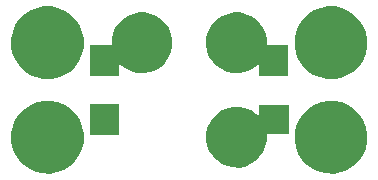
<source format=gts>
%TF.GenerationSoftware,KiCad,Pcbnew,4.0.5-e0-6337~49~ubuntu16.04.1*%
%TF.CreationDate,2017-05-27T07:22:36-07:00*%
%TF.ProjectId,2x4-12mm-Square-SMT-Pushbutton,3278342D31326D6D2D5371756172652D,v1.3*%
%TF.FileFunction,Soldermask,Top*%
%FSLAX46Y46*%
G04 Gerber Fmt 4.6, Leading zero omitted, Abs format (unit mm)*
G04 Created by KiCad (PCBNEW 4.0.5-e0-6337~49~ubuntu16.04.1) date Sat May 27 07:22:36 2017*
%MOMM*%
%LPD*%
G01*
G04 APERTURE LIST*
%ADD10C,0.350000*%
G04 APERTURE END LIST*
D10*
G36*
X44849310Y-48335447D02*
X45440255Y-48456751D01*
X45996398Y-48690532D01*
X46496534Y-49027878D01*
X46921621Y-49455943D01*
X47255466Y-49958421D01*
X47485356Y-50516176D01*
X47602464Y-51107614D01*
X47602464Y-51107624D01*
X47602531Y-51107963D01*
X47592910Y-51797016D01*
X47592833Y-51797354D01*
X47592833Y-51797362D01*
X47459257Y-52385301D01*
X47213885Y-52936416D01*
X46866137Y-53429378D01*
X46429262Y-53845409D01*
X45919900Y-54168661D01*
X45357454Y-54386819D01*
X44763347Y-54491576D01*
X44160203Y-54478942D01*
X43571000Y-54349397D01*
X43018182Y-54107877D01*
X42522807Y-53763582D01*
X42103737Y-53329623D01*
X41776938Y-52822530D01*
X41554856Y-52261614D01*
X41445955Y-51668258D01*
X41454377Y-51065041D01*
X41579806Y-50474947D01*
X41817459Y-49920458D01*
X42158291Y-49422688D01*
X42589312Y-49000600D01*
X43094113Y-48670268D01*
X43653459Y-48444277D01*
X44246045Y-48331236D01*
X44849310Y-48335447D01*
X44849310Y-48335447D01*
G37*
G36*
X20849310Y-48335447D02*
X21440255Y-48456751D01*
X21996398Y-48690532D01*
X22496534Y-49027878D01*
X22921621Y-49455943D01*
X23255466Y-49958421D01*
X23485356Y-50516176D01*
X23602464Y-51107614D01*
X23602464Y-51107624D01*
X23602531Y-51107963D01*
X23592910Y-51797016D01*
X23592833Y-51797354D01*
X23592833Y-51797362D01*
X23459257Y-52385301D01*
X23213885Y-52936416D01*
X22866137Y-53429378D01*
X22429262Y-53845409D01*
X21919900Y-54168661D01*
X21357454Y-54386819D01*
X20763347Y-54491576D01*
X20160203Y-54478942D01*
X19571000Y-54349397D01*
X19018182Y-54107877D01*
X18522807Y-53763582D01*
X18103737Y-53329623D01*
X17776938Y-52822530D01*
X17554856Y-52261614D01*
X17445955Y-51668258D01*
X17454377Y-51065041D01*
X17579806Y-50474947D01*
X17817459Y-49920458D01*
X18158291Y-49422688D01*
X18589312Y-49000600D01*
X19094113Y-48670268D01*
X19653459Y-48444277D01*
X20246045Y-48331236D01*
X20849310Y-48335447D01*
X20849310Y-48335447D01*
G37*
G36*
X40952400Y-51135800D02*
X39142844Y-51135800D01*
X39128691Y-51137811D01*
X39115660Y-51143686D01*
X39104780Y-51152958D01*
X39096915Y-51164894D01*
X39092686Y-51178549D01*
X39092134Y-51184914D01*
X39084484Y-51732786D01*
X39084407Y-51733124D01*
X39084407Y-51733133D01*
X38972989Y-52223542D01*
X38768298Y-52683287D01*
X38478202Y-53094522D01*
X38113756Y-53441580D01*
X37688842Y-53711239D01*
X37219640Y-53893230D01*
X36724031Y-53980620D01*
X36220881Y-53970080D01*
X35729361Y-53862012D01*
X35268194Y-53660533D01*
X34854947Y-53373319D01*
X34505354Y-53011305D01*
X34232735Y-52588282D01*
X34047471Y-52120359D01*
X33956625Y-51625376D01*
X33963650Y-51122165D01*
X34068285Y-50629902D01*
X34266538Y-50167341D01*
X34550863Y-49752095D01*
X34910426Y-49399985D01*
X35331537Y-49124418D01*
X35798150Y-48935894D01*
X36292491Y-48841594D01*
X36795743Y-48845107D01*
X37288715Y-48946300D01*
X37752656Y-49141323D01*
X38169875Y-49422741D01*
X38313154Y-49567023D01*
X38324553Y-49575649D01*
X38337904Y-49580756D01*
X38352150Y-49581942D01*
X38366162Y-49579113D01*
X38378831Y-49572491D01*
X38389153Y-49562603D01*
X38396312Y-49550230D01*
X38400000Y-49531228D01*
X38400000Y-48683400D01*
X40952400Y-48683400D01*
X40952400Y-51135800D01*
X40952400Y-51135800D01*
G37*
G36*
X26602400Y-51185800D02*
X24150000Y-51185800D01*
X24150000Y-48633400D01*
X26602400Y-48633400D01*
X26602400Y-51185800D01*
X26602400Y-51185800D01*
G37*
G36*
X44849310Y-40335447D02*
X45440255Y-40456751D01*
X45996398Y-40690532D01*
X46496534Y-41027878D01*
X46921621Y-41455943D01*
X47255466Y-41958421D01*
X47485356Y-42516176D01*
X47602464Y-43107614D01*
X47602464Y-43107624D01*
X47602531Y-43107963D01*
X47592910Y-43797016D01*
X47592833Y-43797354D01*
X47592833Y-43797362D01*
X47459257Y-44385301D01*
X47213885Y-44936416D01*
X46866137Y-45429378D01*
X46429262Y-45845409D01*
X45919900Y-46168661D01*
X45357454Y-46386819D01*
X44763347Y-46491576D01*
X44160203Y-46478942D01*
X43571000Y-46349397D01*
X43018182Y-46107877D01*
X42522807Y-45763582D01*
X42103737Y-45329623D01*
X41776938Y-44822530D01*
X41554856Y-44261614D01*
X41445955Y-43668258D01*
X41454377Y-43065041D01*
X41579806Y-42474947D01*
X41817459Y-41920458D01*
X42158291Y-41422688D01*
X42589312Y-41000600D01*
X43094113Y-40670268D01*
X43653459Y-40444277D01*
X44246045Y-40331236D01*
X44849310Y-40335447D01*
X44849310Y-40335447D01*
G37*
G36*
X20849310Y-40335447D02*
X21440255Y-40456751D01*
X21996398Y-40690532D01*
X22496534Y-41027878D01*
X22921621Y-41455943D01*
X23255466Y-41958421D01*
X23485356Y-42516176D01*
X23602464Y-43107614D01*
X23602464Y-43107624D01*
X23602531Y-43107963D01*
X23592910Y-43797016D01*
X23592833Y-43797354D01*
X23592833Y-43797362D01*
X23459257Y-44385301D01*
X23213885Y-44936416D01*
X22866137Y-45429378D01*
X22429262Y-45845409D01*
X21919900Y-46168661D01*
X21357454Y-46386819D01*
X20763347Y-46491576D01*
X20160203Y-46478942D01*
X19571000Y-46349397D01*
X19018182Y-46107877D01*
X18522807Y-45763582D01*
X18103737Y-45329623D01*
X17776938Y-44822530D01*
X17554856Y-44261614D01*
X17445955Y-43668258D01*
X17454377Y-43065041D01*
X17579806Y-42474947D01*
X17817459Y-41920458D01*
X18158291Y-41422688D01*
X18589312Y-41000600D01*
X19094113Y-40670268D01*
X19653459Y-40444277D01*
X20246045Y-40331236D01*
X20849310Y-40335447D01*
X20849310Y-40335447D01*
G37*
G36*
X36795743Y-40845107D02*
X37288715Y-40946300D01*
X37752656Y-41141323D01*
X38169875Y-41422741D01*
X38524488Y-41779837D01*
X38802985Y-42199010D01*
X38994762Y-42664295D01*
X39092443Y-43157622D01*
X39092443Y-43157632D01*
X39092510Y-43157971D01*
X39086584Y-43582398D01*
X39088332Y-43596070D01*
X39094024Y-43609183D01*
X39103144Y-43620190D01*
X39114969Y-43628222D01*
X39128564Y-43632641D01*
X39137314Y-43633400D01*
X40902400Y-43633400D01*
X40902400Y-46185800D01*
X38450000Y-46185800D01*
X38450000Y-45239905D01*
X38447989Y-45225752D01*
X38442114Y-45212721D01*
X38432842Y-45201841D01*
X38420906Y-45193976D01*
X38407251Y-45189747D01*
X38392958Y-45189490D01*
X38379160Y-45193225D01*
X38364167Y-45203117D01*
X38113756Y-45441580D01*
X37688842Y-45711239D01*
X37219640Y-45893230D01*
X36724031Y-45980620D01*
X36220881Y-45970080D01*
X35729361Y-45862012D01*
X35268194Y-45660533D01*
X34854947Y-45373319D01*
X34505354Y-45011305D01*
X34232735Y-44588282D01*
X34047471Y-44120359D01*
X33956625Y-43625376D01*
X33963650Y-43122165D01*
X34068285Y-42629902D01*
X34266538Y-42167341D01*
X34550863Y-41752095D01*
X34910426Y-41399985D01*
X35331537Y-41124418D01*
X35798150Y-40935894D01*
X36292491Y-40841594D01*
X36795743Y-40845107D01*
X36795743Y-40845107D01*
G37*
G36*
X28795743Y-40845107D02*
X29288715Y-40946300D01*
X29752656Y-41141323D01*
X30169875Y-41422741D01*
X30524488Y-41779837D01*
X30802985Y-42199010D01*
X30994762Y-42664295D01*
X31092443Y-43157622D01*
X31092443Y-43157632D01*
X31092510Y-43157971D01*
X31084484Y-43732786D01*
X31084407Y-43733124D01*
X31084407Y-43733133D01*
X30972989Y-44223542D01*
X30768298Y-44683287D01*
X30478202Y-45094522D01*
X30113756Y-45441580D01*
X29688842Y-45711239D01*
X29219640Y-45893230D01*
X28724031Y-45980620D01*
X28220881Y-45970080D01*
X27729361Y-45862012D01*
X27268194Y-45660533D01*
X26854947Y-45373319D01*
X26689742Y-45202244D01*
X26678465Y-45193461D01*
X26665186Y-45188167D01*
X26650959Y-45186782D01*
X26636909Y-45189416D01*
X26624149Y-45195860D01*
X26613689Y-45205603D01*
X26606358Y-45217875D01*
X26602400Y-45237533D01*
X26602400Y-46185800D01*
X24150000Y-46185800D01*
X24150000Y-43633400D01*
X25906417Y-43633400D01*
X25920570Y-43631389D01*
X25933601Y-43625514D01*
X25944481Y-43616242D01*
X25952346Y-43604306D01*
X25956575Y-43590651D01*
X25957212Y-43583309D01*
X25963650Y-43122165D01*
X26068285Y-42629902D01*
X26266538Y-42167341D01*
X26550863Y-41752095D01*
X26910426Y-41399985D01*
X27331537Y-41124418D01*
X27798150Y-40935894D01*
X28292491Y-40841594D01*
X28795743Y-40845107D01*
X28795743Y-40845107D01*
G37*
M02*

</source>
